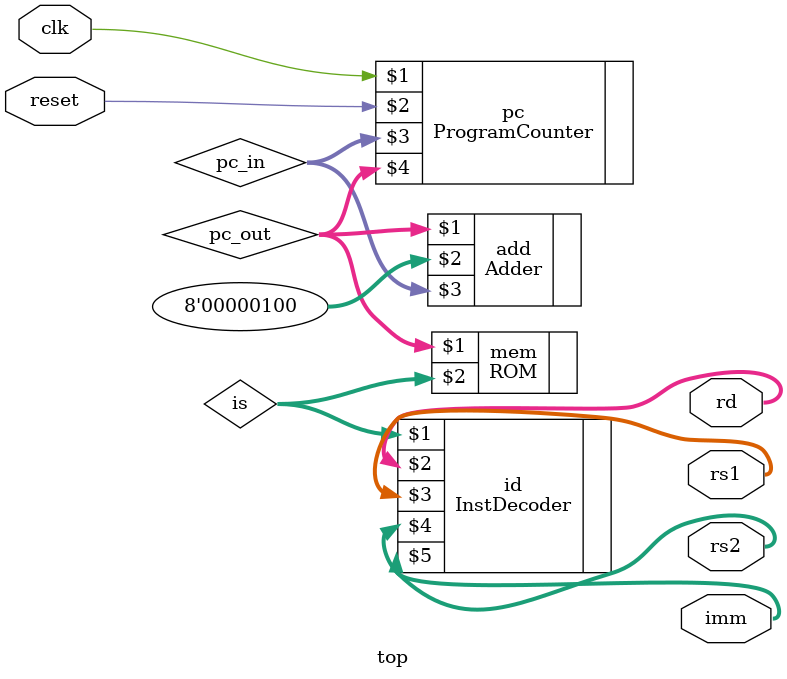
<source format=v>
module top(clk, reset, rd, rs1, rs2, imm);

	input clk, reset;
	output [4:0] rd;
	output [4:0] rs1;
	output [4:0] rs2;
	output [11:0] imm;
	
	wire [7:0] pc_in;
	wire [7:0] pc_out;
	wire [31:0] is;
	wire cin, cout;
	
	ProgramCounter pc(clk, reset, pc_in, pc_out);
	ROM mem(pc_out, is);
	Adder add(pc_out, 8'd4, pc_in);
	InstDecoder id(is, rd, rs1, rs2, imm);
	
endmodule

</source>
